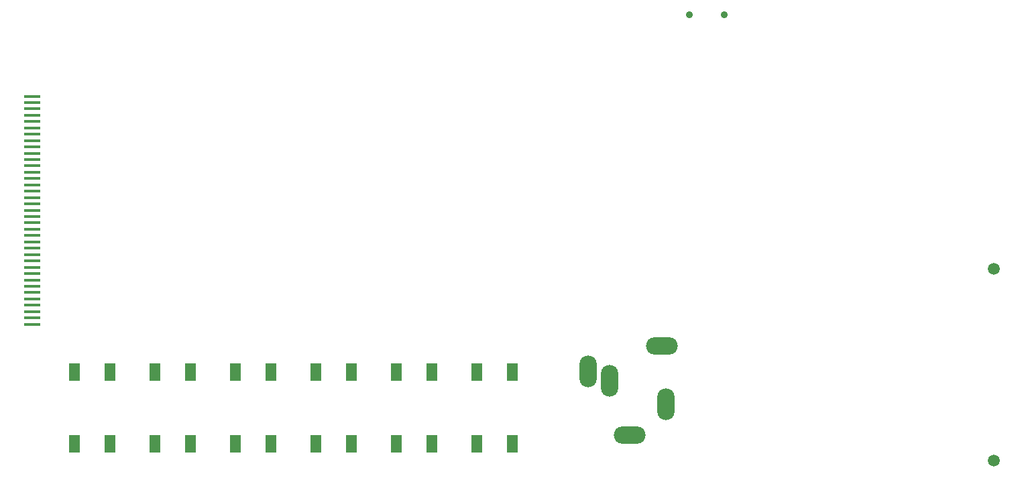
<source format=gbr>
G04 #@! TF.FileFunction,Soldermask,Bot*
%FSLAX46Y46*%
G04 Gerber Fmt 4.6, Leading zero omitted, Abs format (unit mm)*
G04 Created by KiCad (PCBNEW 4.0.6) date Wednesday, January 03, 2018 'AMt' 09:08:23 AM*
%MOMM*%
%LPD*%
G01*
G04 APERTURE LIST*
%ADD10C,0.100000*%
%ADD11C,0.900000*%
%ADD12O,2.200000X4.000000*%
%ADD13O,4.000000X2.200000*%
%ADD14C,1.500000*%
%ADD15R,2.000000X0.400000*%
%ADD16R,1.400000X2.200000*%
G04 APERTURE END LIST*
D10*
D11*
X168062000Y-67954500D03*
X163662000Y-67954500D03*
D12*
X160718500Y-117094000D03*
D13*
X160218500Y-109794000D03*
D12*
X153618500Y-114194000D03*
X150918500Y-112994000D03*
D13*
X156118500Y-120994000D03*
D14*
X202142000Y-100060000D03*
X202142000Y-124260000D03*
D15*
X80708500Y-78232000D03*
X80708500Y-79032000D03*
X80708500Y-79832000D03*
X80708500Y-80632000D03*
X80708500Y-81432000D03*
X80708500Y-82232000D03*
X80708500Y-83032000D03*
X80708500Y-83832000D03*
X80708500Y-84632000D03*
X80708500Y-85432000D03*
X80708500Y-86232000D03*
X80708500Y-87032000D03*
X80708500Y-87832000D03*
X80708500Y-88632000D03*
X80708500Y-89432000D03*
X80708500Y-90232000D03*
X80708500Y-91032000D03*
X80708500Y-91832000D03*
X80708500Y-92632000D03*
X80708500Y-93432000D03*
X80708500Y-94232000D03*
X80708500Y-95032000D03*
X80708500Y-95832000D03*
X80708500Y-96632000D03*
X80708500Y-97432000D03*
X80708500Y-98232000D03*
X80708500Y-99032000D03*
X80708500Y-99832000D03*
X80708500Y-100632000D03*
X80708500Y-101432000D03*
X80708500Y-102232000D03*
X80708500Y-103032000D03*
X80708500Y-103832000D03*
X80708500Y-104632000D03*
X80708500Y-105432000D03*
X80708500Y-106232000D03*
X80708500Y-107032000D03*
D16*
X141315000Y-122102000D03*
X141315000Y-113102000D03*
X136815000Y-122102000D03*
X136815000Y-113102000D03*
X126655000Y-113102000D03*
X126655000Y-122102000D03*
X131155000Y-113102000D03*
X131155000Y-122102000D03*
X116495000Y-113102000D03*
X116495000Y-122102000D03*
X120995000Y-113102000D03*
X120995000Y-122102000D03*
X106335000Y-113102000D03*
X106335000Y-122102000D03*
X110835000Y-113102000D03*
X110835000Y-122102000D03*
X96175000Y-113102000D03*
X96175000Y-122102000D03*
X100675000Y-113102000D03*
X100675000Y-122102000D03*
X86015000Y-113102000D03*
X86015000Y-122102000D03*
X90515000Y-113102000D03*
X90515000Y-122102000D03*
M02*

</source>
